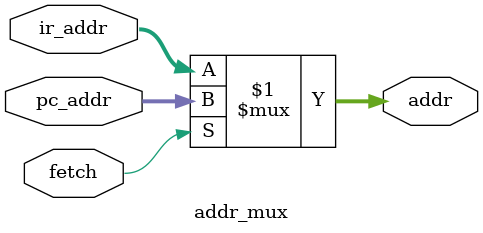
<source format=v>
module addr_mux(addr,fetch,ir_addr,pc_addr);
   output [12:0] addr;
   input [12:0]  ir_addr,pc_addr;
   input 	 fetch;

   assign addr = fetch? pc_addr : ir_addr;
endmodule // addr_mux

</source>
